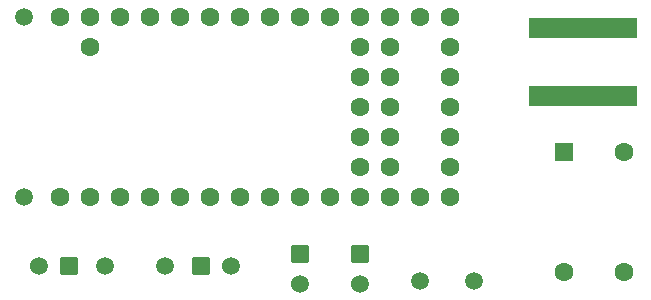
<source format=gbr>
%TF.GenerationSoftware,KiCad,Pcbnew,9.0.3*%
%TF.CreationDate,2025-08-09T12:17:42+10:00*%
%TF.ProjectId,soundrocket,736f756e-6472-46f6-936b-65742e6b6963,rev?*%
%TF.SameCoordinates,Original*%
%TF.FileFunction,Soldermask,Top*%
%TF.FilePolarity,Negative*%
%FSLAX46Y46*%
G04 Gerber Fmt 4.6, Leading zero omitted, Abs format (unit mm)*
G04 Created by KiCad (PCBNEW 9.0.3) date 2025-08-09 12:17:42*
%MOMM*%
%LPD*%
G01*
G04 APERTURE LIST*
G04 Aperture macros list*
%AMRoundRect*
0 Rectangle with rounded corners*
0 $1 Rounding radius*
0 $2 $3 $4 $5 $6 $7 $8 $9 X,Y pos of 4 corners*
0 Add a 4 corners polygon primitive as box body*
4,1,4,$2,$3,$4,$5,$6,$7,$8,$9,$2,$3,0*
0 Add four circle primitives for the rounded corners*
1,1,$1+$1,$2,$3*
1,1,$1+$1,$4,$5*
1,1,$1+$1,$6,$7*
1,1,$1+$1,$8,$9*
0 Add four rect primitives between the rounded corners*
20,1,$1+$1,$2,$3,$4,$5,0*
20,1,$1+$1,$4,$5,$6,$7,0*
20,1,$1+$1,$6,$7,$8,$9,0*
20,1,$1+$1,$8,$9,$2,$3,0*%
G04 Aperture macros list end*
%ADD10RoundRect,0.102000X-0.659000X0.659000X-0.659000X-0.659000X0.659000X-0.659000X0.659000X0.659000X0*%
%ADD11C,1.522000*%
%ADD12C,1.600000*%
%ADD13RoundRect,0.102000X-0.659000X-0.659000X0.659000X-0.659000X0.659000X0.659000X-0.659000X0.659000X0*%
%ADD14C,1.500000*%
%ADD15RoundRect,0.102000X-0.698500X0.698500X-0.698500X-0.698500X0.698500X-0.698500X0.698500X0.698500X0*%
%ADD16C,1.601000*%
%ADD17RoundRect,0.076750X-0.230250X0.810250X-0.230250X-0.810250X0.230250X-0.810250X0.230250X0.810250X0*%
%ADD18RoundRect,0.102000X0.659000X0.659000X-0.659000X0.659000X-0.659000X-0.659000X0.659000X-0.659000X0*%
G04 APERTURE END LIST*
D10*
%TO.C,C2*%
X147320000Y-52324000D03*
D11*
X147320000Y-54864000D03*
%TD*%
D12*
%TO.C,U1*%
X127000000Y-47498000D03*
X129540000Y-47498000D03*
X132080000Y-47498000D03*
X134620000Y-47498000D03*
X137160000Y-47498000D03*
X139700000Y-47498000D03*
X142240000Y-47498000D03*
X144780000Y-47498000D03*
X147320000Y-47498000D03*
X149860000Y-47498000D03*
X152400000Y-47498000D03*
X154940000Y-47498000D03*
X157480000Y-47498000D03*
X160020000Y-47498000D03*
X160020000Y-44958000D03*
X160020000Y-42418000D03*
X160020000Y-39878000D03*
X160020000Y-37338000D03*
X160020000Y-34798000D03*
X160020000Y-32258000D03*
X157480000Y-32258000D03*
X154940000Y-32258000D03*
X152400000Y-32258000D03*
X149860000Y-32258000D03*
X147320000Y-32258000D03*
X144780000Y-32258000D03*
X142240000Y-32258000D03*
X139700000Y-32258000D03*
X137160000Y-32258000D03*
X134620000Y-32258000D03*
X132080000Y-32258000D03*
X129540000Y-32258000D03*
X127000000Y-32258000D03*
X129540000Y-34798000D03*
X154940000Y-34798000D03*
X152400000Y-34798000D03*
X154940000Y-37338000D03*
X152400000Y-37338000D03*
X154940000Y-39878000D03*
X152400000Y-39878000D03*
X154940000Y-42418000D03*
X152400000Y-42418000D03*
X154940000Y-44958000D03*
X152400000Y-44958000D03*
%TD*%
D13*
%TO.C,C4*%
X138938000Y-53340000D03*
D11*
X141478000Y-53340000D03*
%TD*%
D14*
%TO.C,*%
X157480000Y-54610000D03*
%TD*%
%TO.C,SW2-*%
X135890000Y-53340000D03*
%TD*%
D15*
%TO.C,T1*%
X169672000Y-43688000D03*
D16*
X174752000Y-43688000D03*
X169672000Y-53848000D03*
X174752000Y-53848000D03*
%TD*%
D14*
%TO.C,SW1-*%
X130810000Y-53340000D03*
%TD*%
%TO.C,GND*%
X123952000Y-47498000D03*
%TD*%
%TO.C,5V*%
X123952000Y-32258000D03*
%TD*%
D10*
%TO.C,C1*%
X152400000Y-52324000D03*
D11*
X152400000Y-54864000D03*
%TD*%
D17*
%TO.C,U2*%
X175440000Y-33198000D03*
X174790000Y-33198000D03*
X174140000Y-33198000D03*
X173490000Y-33198000D03*
X172840000Y-33198000D03*
X172190000Y-33198000D03*
X171540000Y-33198000D03*
X170890000Y-33198000D03*
X170240000Y-33198000D03*
X169590000Y-33198000D03*
X168940000Y-33198000D03*
X168290000Y-33198000D03*
X167640000Y-33198000D03*
X166990000Y-33198000D03*
X166990000Y-38938000D03*
X167640000Y-38938000D03*
X168290000Y-38938000D03*
X168940000Y-38938000D03*
X169590000Y-38938000D03*
X170240000Y-38938000D03*
X170890000Y-38938000D03*
X171540000Y-38938000D03*
X172190000Y-38938000D03*
X172840000Y-38938000D03*
X173490000Y-38938000D03*
X174140000Y-38938000D03*
X174790000Y-38938000D03*
X175440000Y-38938000D03*
%TD*%
D14*
%TO.C,*%
X162052000Y-54610000D03*
%TD*%
D18*
%TO.C,C3*%
X127762000Y-53340000D03*
D11*
X125222000Y-53340000D03*
%TD*%
M02*

</source>
